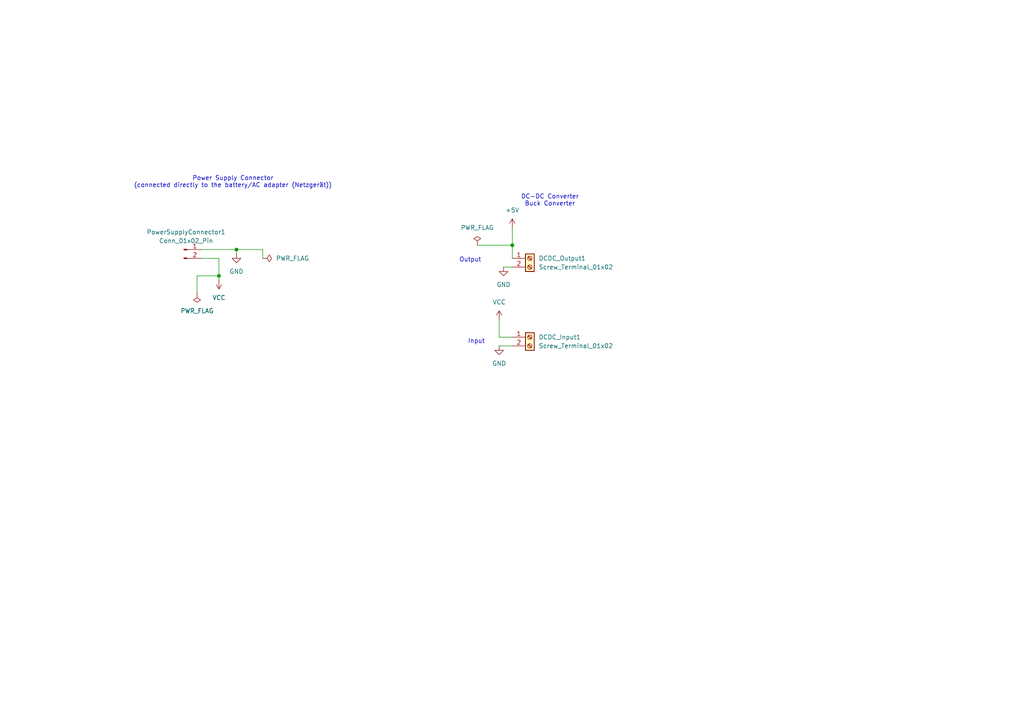
<source format=kicad_sch>
(kicad_sch (version 20231120) (generator "eeschema") (generator_version "8.0")
  (paper "A4")
  (lib_symbols
    (symbol "Connector:Conn_01x02_Pin" (pin_names (offset 1.016) hide)
      (property "Reference" "J" (at 0 2.54 0))
      (property "Value" "Conn_01x02_Pin" (at 0 -5.08 0))
      (symbol "Conn_01x02_Pin_1_1"
        (polyline (pts (xy 1.27 -2.54) (xy 0.8636 -2.54)) (stroke (width 0.1524)))
        (polyline (pts (xy 1.27 0) (xy 0.8636 0)) (stroke (width 0.1524)))
        (rectangle (start 0.8636 -2.413) (end 0 -2.667) (stroke (width 0.1524)) (fill (type outline)))
        (rectangle (start 0.8636 0.127) (end 0 -0.127) (stroke (width 0.1524)) (fill (type outline)))
        (pin passive line (at 5.08 0 180) (length 3.81) (name "Pin_1") (number "1"))
        (pin passive line (at 5.08 -2.54 180) (length 3.81) (name "Pin_2") (number "2"))
      )
    )
    (symbol "Connector:Screw_Terminal_01x02" (pin_names (offset 1.016) hide)
      (property "Reference" "J" (at 0 2.54 0))
      (property "Value" "Screw_Terminal_01x02" (at 0 -5.08 0))
      (symbol "Screw_Terminal_01x02_1_1"
        (rectangle (start -1.27 1.27) (end 1.27 -3.81) (stroke (width 0.254)) (fill (type background)))
        (circle (center 0 -2.54) (radius 0.635) (stroke (width 0.1524)))
        (polyline (pts (xy -0.5334 -2.2098) (xy 0.3302 -3.048)) (stroke (width 0.1524)))
        (polyline (pts (xy -0.5334 0.3302) (xy 0.3302 -0.508)) (stroke (width 0.1524)))
        (polyline (pts (xy -0.3556 -2.032) (xy 0.508 -2.8702)) (stroke (width 0.1524)))
        (polyline (pts (xy -0.3556 0.508) (xy 0.508 -0.3302)) (stroke (width 0.1524)))
        (circle (center 0 0) (radius 0.635) (stroke (width 0.1524)))
        (pin passive line (at -5.08 0 0) (length 3.81) (name "Pin_1") (number "1"))
        (pin passive line (at -5.08 -2.54 0) (length 3.81) (name "Pin_2") (number "2"))
      )
    )
    (symbol "power:+5V" (power) (pin_numbers hide) (pin_names (offset 0) hide)
      (property "Value" "+5V" (at 0 3.556 0))
      (symbol "+5V_0_1"
        (polyline (pts (xy -0.762 1.27) (xy 0 2.54)))
        (polyline (pts (xy 0 0) (xy 0 2.54)))
        (polyline (pts (xy 0 2.54) (xy 0.762 1.27)))
      )
      (symbol "+5V_1_1"
        (pin power_in line (at 0 0 90) (length 0) (name "~") (number "1"))
      )
    )
    (symbol "power:GND" (power) (pin_numbers hide) (pin_names (offset 0) hide)
      (property "Value" "GND" (at 0 -3.81 0))
      (symbol "GND_0_1"
        (polyline (pts (xy 0 0) (xy 0 -1.27) (xy 1.27 -1.27) (xy 0 -2.54) (xy -1.27 -1.27) (xy 0 -1.27)))
      )
      (symbol "GND_1_1"
        (pin power_in line (at 0 0 270) (length 0) (name "~") (number "1"))
      )
    )
    (symbol "power:PWR_FLAG" (power) (pin_numbers hide) (pin_names (offset 0) hide)
      (property "Value" "PWR_FLAG" (at 0 3.81 0))
      (symbol "PWR_FLAG_0_0"
        (pin power_out line (at 0 0 90) (length 0) (name "~") (number "1"))
      )
      (symbol "PWR_FLAG_0_1"
        (polyline (pts (xy 0 0) (xy 0 1.27) (xy -1.016 1.905) (xy 0 2.54) (xy 1.016 1.905) (xy 0 1.27)))
      )
    )
    (symbol "power:VCC" (power) (pin_numbers hide) (pin_names (offset 0) hide)
      (property "Value" "VCC" (at 0 3.556 0))
      (symbol "VCC_0_1"
        (polyline (pts (xy -0.762 1.27) (xy 0 2.54)))
        (polyline (pts (xy 0 0) (xy 0 2.54)))
        (polyline (pts (xy 0 2.54) (xy 0.762 1.27)))
      )
      (symbol "VCC_1_1"
        (pin power_in line (at 0 0 90) (length 0) (name "~") (number "1"))
      )
    )
  )
  (junction (at 148.59 71.12))
  (junction (at 63.5 80.01))
  (junction (at 68.58 72.39))
  (wire (pts (xy 68.58 72.39) (xy 68.58 73.66)))
  (wire (pts (xy 76.2 74.93) (xy 76.2 72.39)))
  (wire (pts (xy 144.78 97.79) (xy 148.59 97.79)))
  (wire (pts (xy 76.2 72.39) (xy 68.58 72.39)))
  (wire (pts (xy 57.15 85.09) (xy 57.15 80.01)))
  (wire (pts (xy 144.78 100.33) (xy 148.59 100.33)))
  (wire (pts (xy 144.78 92.71) (xy 144.78 97.79)))
  (wire (pts (xy 148.59 71.12) (xy 148.59 74.93)))
  (wire (pts (xy 63.5 74.93) (xy 63.5 80.01)))
  (wire (pts (xy 148.59 66.04) (xy 148.59 71.12)))
  (wire (pts (xy 146.05 77.47) (xy 148.59 77.47)))
  (wire (pts (xy 63.5 80.01) (xy 57.15 80.01)))
  (wire (pts (xy 63.5 80.01) (xy 63.5 81.28)))
  (wire (pts (xy 138.43 71.12) (xy 148.59 71.12)))
  (wire (pts (xy 58.42 74.93) (xy 63.5 74.93)))
  (wire (pts (xy 58.42 72.39) (xy 68.58 72.39)))
  (text "Input" (at 138.176 99.06 0) (effects (font (size 1.27 1.27))))
  (text "Power Supply Connector\n(connected directly to the battery/AC adapter (Netzgerät))" (at 67.564 52.832 0) (effects (font (size 1.27 1.27))))
  (text "Output" (at 136.398 75.438 0) (effects (font (size 1.27 1.27))))
  (text "DC-DC Converter\nBuck Converter" (at 159.512 58.166 0) (effects (font (size 1.27 1.27))))
  (symbol (lib_id "power:PWR_FLAG") (at 138.43 71.12 0) (unit 1)
    (property "Reference" "#FLG03" (effects (hide yes)))
    (property "Value" "PWR_FLAG" (at 138.43 66.04 0))
    (property "Description" "Special symbol for telling ERC where power comes from" (effects (hide yes)))
  )
  (symbol (lib_id "Connector:Screw_Terminal_01x02") (at 153.67 74.93 0) (unit 1)
    (property "Reference" "DCDC_Output1" (at 156.21 74.9299 0) (effects (justify left)))
    (property "Value" "Screw_Terminal_01x02" (at 156.21 77.4699 0) (effects (justify left)))
    (property "Footprint" "my_custom_footprint:DC_DC_Converter_with_Screw_Terminal" (effects (hide yes)))
    (property "Description" "Generic screw terminal, single row, 01x02, script generated (kicad-library-utils/schlib/autogen/connector/)" (effects (hide yes)))
  )
  (symbol (lib_id "power:PWR_FLAG") (at 57.15 85.09 180) (unit 1)
    (property "Reference" "#FLG01" (effects (hide yes)))
    (property "Value" "PWR_FLAG" (at 57.15 90.17 0))
    (property "Description" "Special symbol for telling ERC where power comes from" (effects (hide yes)))
  )
  (symbol (lib_id "Connector:Conn_01x02_Pin") (at 53.34 72.39 0) (unit 1)
    (property "Reference" "PowerSupplyConnector1" (at 53.975 67.31 0))
    (property "Value" "Conn_01x02_Pin" (at 53.975 69.85 0))
    (property "Footprint" "Connector_AMASS:AMASS_XT60-M_1x02_P7.20mm_Vertical" (effects (hide yes)))
    (property "Description" "Generic connector, single row, 01x02, script generated" (effects (hide yes)))
  )
  (symbol (lib_id "power:VCC") (at 63.5 81.28 180) (unit 1)
    (property "Reference" "#PWR08" (effects (hide yes)))
    (property "Value" "VCC" (at 63.5 86.36 0))
    (property "Description" "Power symbol creates a global label with name \"VCC\"" (effects (hide yes)))
  )
  (symbol (lib_id "power:GND") (at 144.78 100.33 0) (unit 1)
    (property "Reference" "#PWR071" (effects (hide yes)))
    (property "Value" "GND" (at 144.78 105.41 0))
    (property "Description" "Power symbol creates a global label with name \"GND\" , ground" (effects (hide yes)))
  )
  (symbol (lib_id "power:PWR_FLAG") (at 76.2 74.93 270) (unit 1)
    (property "Reference" "#FLG02" (effects (hide yes)))
    (property "Value" "PWR_FLAG" (at 80.01 74.9299 90) (effects (justify left)))
    (property "Description" "Special symbol for telling ERC where power comes from" (effects (hide yes)))
  )
  (symbol (lib_id "power:GND") (at 146.05 77.47 0) (unit 1)
    (property "Reference" "#PWR09" (effects (hide yes)))
    (property "Value" "GND" (at 146.05 82.55 0))
    (property "Description" "Power symbol creates a global label with name \"GND\" , ground" (effects (hide yes)))
  )
  (symbol (lib_id "power:GND") (at 68.58 73.66 0) (unit 1)
    (property "Reference" "#PWR010" (effects (hide yes)))
    (property "Value" "GND" (at 68.58 78.74 0))
    (property "Description" "Power symbol creates a global label with name \"GND\" , ground" (effects (hide yes)))
  )
  (symbol (lib_id "Connector:Screw_Terminal_01x02") (at 153.67 97.79 0) (unit 1)
    (property "Reference" "DCDC_Input1" (at 156.21 97.7899 0) (effects (justify left)))
    (property "Value" "Screw_Terminal_01x02" (at 156.21 100.3299 0) (effects (justify left)))
    (property "Footprint" "TerminalBlock_Phoenix:TerminalBlock_Phoenix_PT-1,5-2-5.0-H_1x02_P5.00mm_Horizontal" (effects (hide yes)))
    (property "Description" "Generic screw terminal, single row, 01x02, script generated (kicad-library-utils/schlib/autogen/connector/)" (effects (hide yes)))
  )
  (symbol (lib_id "power:+5V") (at 148.59 66.04 0) (unit 1)
    (property "Reference" "#PWR07" (effects (hide yes)))
    (property "Value" "+5V" (at 148.59 60.96 0))
    (property "Description" "Power symbol creates a global label with name \"+5V\"" (effects (hide yes)))
  )
  (symbol (lib_id "power:VCC") (at 144.78 92.71 0) (unit 1)
    (property "Reference" "#PWR070" (effects (hide yes)))
    (property "Value" "VCC" (at 144.78 87.63 0))
    (property "Description" "Power symbol creates a global label with name \"VCC\"" (effects (hide yes)))
  )
)
</source>
